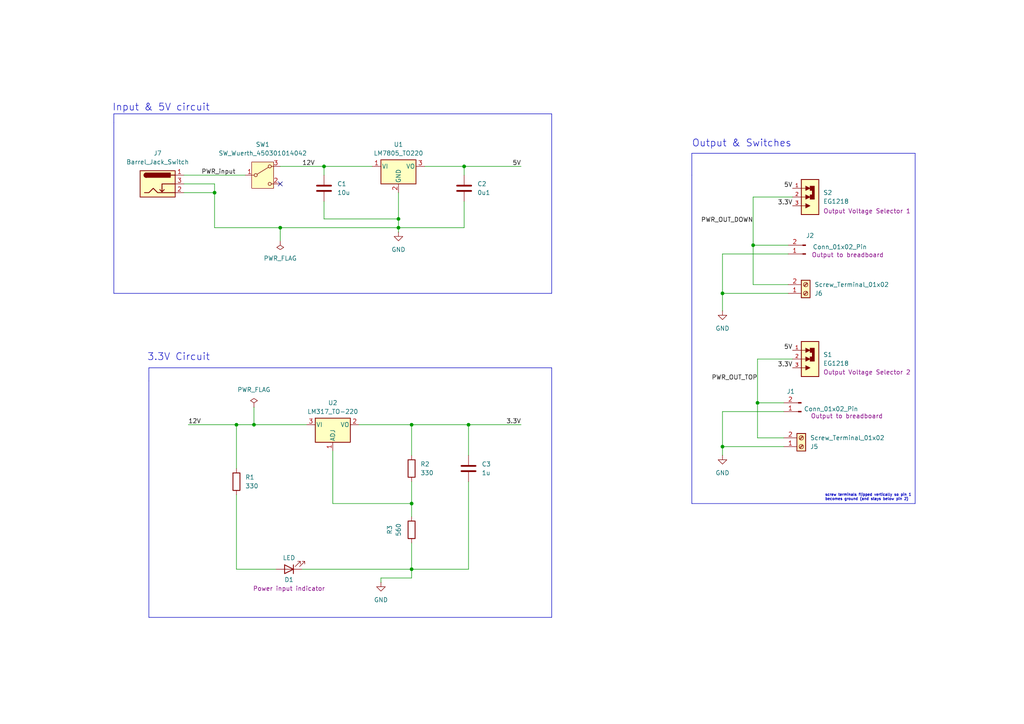
<source format=kicad_sch>
(kicad_sch (version 20250114) (generator "eeschema") (generator_version "9.0")
  (paper "A4")
  (title_block (title "Breadboard Power Supply Design") (date "2025-09-23") (rev "2.0") (company "Henry Munachimso"))
  (lib_symbols
    (symbol "Connector:Barrel_Jack_Switch" (pin_names (hide yes))
      (property "Reference" "J" (at 0 5.334 0))
      (property "Value" "Barrel_Jack_Switch" (at 0 -5.08 0))
      (symbol "Barrel_Jack_Switch_0_1"
        (rectangle (start -5.08 3.81) (end 5.08 -3.81) (stroke (width 0.254)) (fill (type background)))
        (polyline (pts (xy -3.81 -2.54) (xy -2.54 -2.54) (xy -1.27 -1.27) (xy 0 -2.54) (xy 2.54 -2.54) (xy 5.08 -2.54)) (stroke (width 0.254)))
        (arc (start -3.302 1.905) (mid -3.9343 2.54) (end -3.302 3.175) (stroke (width 0.254)))
        (arc (start -3.302 1.905) (mid -3.9343 2.54) (end -3.302 3.175) (stroke (width 0.254)) (fill (type outline)))
        (polyline (pts (xy 1.27 -2.286) (xy 1.905 -1.651)) (stroke (width 0.254)))
        (rectangle (start 3.683 3.175) (end -3.302 1.905) (stroke (width 0.254)) (fill (type outline)))
        (polyline (pts (xy 5.08 2.54) (xy 3.81 2.54)) (stroke (width 0.254)))
        (polyline (pts (xy 5.08 0) (xy 1.27 0) (xy 1.27 -2.286) (xy 0.635 -1.651)) (stroke (width 0.254)))
      )
      (symbol "Barrel_Jack_Switch_1_1"
        (pin passive line (at 7.62 2.54 180) (length 2.54) (name "~") (number "1"))
        (pin passive line (at 7.62 0 180) (length 2.54) (name "~") (number "3"))
        (pin passive line (at 7.62 -2.54 180) (length 2.54) (name "~") (number "2"))
      )
    )
    (symbol "Connector:Conn_01x02_Pin" (pin_names (offset 1.016) (hide yes))
      (property "Reference" "J" (at 0 2.54 0))
      (property "Value" "Conn_01x02_Pin" (at 0 -5.08 0))
      (symbol "Conn_01x02_Pin_1_1"
        (rectangle (start 0.8636 0.127) (end 0 -0.127) (stroke (width 0.1524)) (fill (type outline)))
        (rectangle (start 0.8636 -2.413) (end 0 -2.667) (stroke (width 0.1524)) (fill (type outline)))
        (polyline (pts (xy 1.27 0) (xy 0.8636 0)) (stroke (width 0.1524)))
        (polyline (pts (xy 1.27 -2.54) (xy 0.8636 -2.54)) (stroke (width 0.1524)))
        (pin passive line (at 5.08 0 180) (length 3.81) (name "Pin_1") (number "1"))
        (pin passive line (at 5.08 -2.54 180) (length 3.81) (name "Pin_2") (number "2"))
      )
    )
    (symbol "Connector:Screw_Terminal_01x02" (pin_names (offset 1.016) (hide yes))
      (property "Reference" "J" (at 0 2.54 0))
      (property "Value" "Screw_Terminal_01x02" (at 0 -5.08 0))
      (symbol "Screw_Terminal_01x02_1_1"
        (rectangle (start -1.27 1.27) (end 1.27 -3.81) (stroke (width 0.254)) (fill (type background)))
        (polyline (pts (xy -0.5334 0.3302) (xy 0.3302 -0.508)) (stroke (width 0.1524)))
        (polyline (pts (xy -0.5334 -2.2098) (xy 0.3302 -3.048)) (stroke (width 0.1524)))
        (polyline (pts (xy -0.3556 0.508) (xy 0.508 -0.3302)) (stroke (width 0.1524)))
        (polyline (pts (xy -0.3556 -2.032) (xy 0.508 -2.8702)) (stroke (width 0.1524)))
        (circle (center 0 0) (radius 0.635) (stroke (width 0.1524)))
        (circle (center 0 -2.54) (radius 0.635) (stroke (width 0.1524)))
        (pin passive line (at -5.08 0 0) (length 3.81) (name "Pin_1") (number "1"))
        (pin passive line (at -5.08 -2.54 0) (length 3.81) (name "Pin_2") (number "2"))
      )
    )
    (symbol "Device:C" (pin_numbers (hide yes)) (pin_names (offset 0.254))
      (property "Reference" "C" (at 0.635 2.54 0))
      (property "Value" "C" (at 0.635 -2.54 0))
      (symbol "C_0_1"
        (polyline (pts (xy -2.032 0.762) (xy 2.032 0.762)) (stroke (width 0.508)))
        (polyline (pts (xy -2.032 -0.762) (xy 2.032 -0.762)) (stroke (width 0.508)))
      )
      (symbol "C_1_1"
        (pin passive line (at 0 3.81 270) (length 2.794) (name "~") (number "1"))
        (pin passive line (at 0 -3.81 90) (length 2.794) (name "~") (number "2"))
      )
    )
    (symbol "Device:LED" (pin_numbers (hide yes)) (pin_names (offset 1.016) (hide yes))
      (property "Reference" "D" (at 0 2.54 0))
      (property "Value" "LED" (at 0 -2.54 0))
      (symbol "LED_0_1"
        (polyline (pts (xy -3.048 -0.762) (xy -4.572 -2.286) (xy -3.81 -2.286) (xy -4.572 -2.286) (xy -4.572 -1.524)))
        (polyline (pts (xy -1.778 -0.762) (xy -3.302 -2.286) (xy -2.54 -2.286) (xy -3.302 -2.286) (xy -3.302 -1.524)))
        (polyline (pts (xy -1.27 0) (xy 1.27 0)))
        (polyline (pts (xy -1.27 -1.27) (xy -1.27 1.27)) (stroke (width 0.254)))
        (polyline (pts (xy 1.27 -1.27) (xy 1.27 1.27) (xy -1.27 0) (xy 1.27 -1.27)) (stroke (width 0.254)))
      )
      (symbol "LED_1_1"
        (pin passive line (at -3.81 0 0) (length 2.54) (name "K") (number "1"))
        (pin passive line (at 3.81 0 180) (length 2.54) (name "A") (number "2"))
      )
    )
    (symbol "Device:R" (pin_numbers (hide yes)) (pin_names (offset 0))
      (property "Reference" "R" (at 2.032 0 90))
      (property "Value" "R" (at 0 0 90))
      (symbol "R_0_1"
        (rectangle (start -1.016 -2.54) (end 1.016 2.54) (stroke (width 0.254)))
      )
      (symbol "R_1_1"
        (pin passive line (at 0 3.81 270) (length 1.27) (name "~") (number "1"))
        (pin passive line (at 0 -3.81 90) (length 1.27) (name "~") (number "2"))
      )
    )
    (symbol "EG1218:EG1218" (pin_names (offset 1.016))
      (property "Reference" "S" (at -5.08 5.842 0))
      (property "Value" "EG1218" (at -5.08 -7.62 0))
      (symbol "EG1218_0_0"
        (polyline (pts (xy -2.54 2.54) (xy -1.27 2.54)) (stroke (width 0.1524)))
        (polyline (pts (xy -2.54 0) (xy -1.27 0)) (stroke (width 0.1524)))
        (polyline (pts (xy -2.54 -2.54) (xy -1.27 -2.54)) (stroke (width 0.1524)))
        (rectangle (start -2.54 -5.08) (end 2.54 5.08) (stroke (width 0.254)) (fill (type background)))
        (polyline (pts (xy -1.27 3.175) (xy -1.27 1.905) (xy 0 2.54) (xy -1.27 3.175)) (stroke (width 0.1524)) (fill (type outline)))
        (polyline (pts (xy -1.27 0.635) (xy -1.27 -0.635) (xy 0 0) (xy -1.27 0.635)) (stroke (width 0.1524)) (fill (type outline)))
        (polyline (pts (xy -1.27 -1.905) (xy -1.27 -3.175) (xy 0 -2.54) (xy -1.27 -1.905)) (stroke (width 0.1524)) (fill (type outline)))
        (polyline (pts (xy 0 1.905) (xy 0 3.175) (xy 1.27 3.175) (xy 1.27 -0.635) (xy 0 -0.635) (xy 0 0.635) (xy 0.635 0.635) (xy 0.635 1.905) (xy 0 1.905)) (stroke (width 0.1524)) (fill (type outline)))
        (pin passive line (at -5.08 2.54 0) (length 2.54) (name "~") (number "1"))
        (pin passive line (at -5.08 0 0) (length 2.54) (name "~") (number "2"))
        (pin passive line (at -5.08 -2.54 0) (length 2.54) (name "~") (number "3"))
      )
    )
    (symbol "Regulator_Linear:LM317_TO-220" (pin_names (offset 0.254))
      (property "Reference" "U" (at -3.81 3.175 0))
      (property "Value" "LM317_TO-220" (at 0 3.175 0))
      (symbol "LM317_TO-220_0_1"
        (rectangle (start -5.08 1.905) (end 5.08 -5.08) (stroke (width 0.254)) (fill (type background)))
      )
      (symbol "LM317_TO-220_1_1"
        (pin power_in line (at -7.62 0 0) (length 2.54) (name "VI") (number "3"))
        (pin input line (at 0 -7.62 90) (length 2.54) (name "ADJ") (number "1"))
        (pin power_out line (at 7.62 0 180) (length 2.54) (name "VO") (number "2"))
      )
    )
    (symbol "Regulator_Linear:LM7805_TO220" (pin_names (offset 0.254))
      (property "Reference" "U" (at -3.81 3.175 0))
      (property "Value" "LM7805_TO220" (at 0 3.175 0))
      (symbol "LM7805_TO220_0_1"
        (rectangle (start -5.08 1.905) (end 5.08 -5.08) (stroke (width 0.254)) (fill (type background)))
      )
      (symbol "LM7805_TO220_1_1"
        (pin power_in line (at -7.62 0 0) (length 2.54) (name "VI") (number "1"))
        (pin power_in line (at 0 -7.62 90) (length 2.54) (name "GND") (number "2"))
        (pin power_out line (at 7.62 0 180) (length 2.54) (name "VO") (number "3"))
      )
    )
    (symbol "Switch:SW_Wuerth_450301014042" (pin_names (offset 1) (hide yes))
      (property "Reference" "SW" (at 0 5.08 0))
      (property "Value" "SW_Wuerth_450301014042" (at 0 -5.08 0))
      (symbol "SW_Wuerth_450301014042_0_1"
        (circle (center -2.032 0) (radius 0.4572))
        (polyline (pts (xy -1.651 0.254) (xy 1.651 2.286)))
        (circle (center 2.032 2.54) (radius 0.4572))
        (circle (center 2.032 -2.54) (radius 0.4572))
      )
      (symbol "SW_Wuerth_450301014042_1_1"
        (rectangle (start -3.175 3.81) (end 3.175 -3.81) (fill (type background)))
        (pin passive line (at -5.08 0 0) (length 2.54) (name "B") (number "1"))
        (pin passive line (at 5.08 2.54 180) (length 2.54) (name "A") (number "3"))
        (pin passive line (at 5.08 -2.54 180) (length 2.54) (name "C") (number "2"))
      )
    )
    (symbol "power:GND" (power) (pin_numbers (hide yes)) (pin_names (offset 0) (hide yes))
      (property "Value" "GND" (at 0 -3.81 0))
      (symbol "GND_0_1"
        (polyline (pts (xy 0 0) (xy 0 -1.27) (xy 1.27 -1.27) (xy 0 -2.54) (xy -1.27 -1.27) (xy 0 -1.27)))
      )
      (symbol "GND_1_1"
        (pin power_in line (at 0 0 270) (length 0) (name "~") (number "1"))
      )
    )
    (symbol "power:PWR_FLAG" (power) (pin_numbers (hide yes)) (pin_names (offset 0) (hide yes))
      (property "Value" "PWR_FLAG" (at 0 3.81 0))
      (symbol "PWR_FLAG_0_0"
        (pin power_out line (at 0 0 90) (length 0) (name "~") (number "1"))
      )
      (symbol "PWR_FLAG_0_1"
        (polyline (pts (xy 0 0) (xy 0 1.27) (xy -1.016 1.905) (xy 0 2.54) (xy 1.016 1.905) (xy 0 1.27)))
      )
    )
  )
  (text "screw terminals flipped vertically so pin 1 \nbecomes ground (and stays below pin 2)\n" (at 239.268 144.272 0) (effects (font (size 0.762 0.762)) (justify left)))
  (text "Input & 5V circuit" (at 46.736 31.242 0) (effects (font (size 2.032 2.032))))
  (text "3.3V Circuit" (at 51.816 103.632 0) (effects (font (size 2.032 2.032))))
  (text "Output & Switches" (at 215.138 41.656 0) (effects (font (size 2.032 2.032))))
  (junction (at 209.55 129.54))
  (junction (at 115.57 66.04))
  (junction (at 119.38 165.1))
  (junction (at 134.62 48.26))
  (junction (at 119.38 123.19))
  (junction (at 219.71 116.84))
  (junction (at 209.55 85.09))
  (junction (at 93.98 48.26))
  (junction (at 73.66 123.19))
  (junction (at 81.28 66.04))
  (junction (at 119.38 146.05))
  (junction (at 115.57 63.5))
  (junction (at 62.23 55.88))
  (junction (at 68.58 123.19))
  (junction (at 135.89 123.19))
  (junction (at 218.44 71.12))
  (no_connect (at 81.28 53.34))
  (wire (pts (xy 134.62 58.42) (xy 134.62 66.04)))
  (wire (pts (xy 81.28 66.04) (xy 115.57 66.04)))
  (wire (pts (xy 229.87 57.15) (xy 218.44 57.15)))
  (wire (pts (xy 119.38 165.1) (xy 135.89 165.1)))
  (wire (pts (xy 135.89 123.19) (xy 135.89 132.08)))
  (wire (pts (xy 119.38 139.7) (xy 119.38 146.05)))
  (wire (pts (xy 115.57 66.04) (xy 115.57 67.31)))
  (wire (pts (xy 53.34 55.88) (xy 62.23 55.88)))
  (wire (pts (xy 209.55 119.38) (xy 209.55 129.54)))
  (wire (pts (xy 68.58 123.19) (xy 68.58 135.89)))
  (polyline (pts (xy 200.66 44.45) (xy 200.66 50.8)))
  (polyline (pts (xy 265.43 146.05) (xy 265.43 44.45)))
  (wire (pts (xy 228.6 73.66) (xy 209.55 73.66)))
  (wire (pts (xy 227.33 129.54) (xy 209.55 129.54)))
  (wire (pts (xy 81.28 48.26) (xy 93.98 48.26)))
  (wire (pts (xy 209.55 85.09) (xy 209.55 90.17)))
  (polyline (pts (xy 160.02 106.68) (xy 43.18 106.68)))
  (polyline (pts (xy 160.02 179.07) (xy 160.02 106.68)))
  (wire (pts (xy 134.62 66.04) (xy 115.57 66.04)))
  (wire (pts (xy 134.62 48.26) (xy 151.13 48.26)))
  (wire (pts (xy 135.89 165.1) (xy 135.89 139.7)))
  (wire (pts (xy 62.23 66.04) (xy 81.28 66.04)))
  (polyline (pts (xy 33.02 33.02) (xy 33.02 35.56)))
  (polyline (pts (xy 160.02 85.09) (xy 160.02 33.02)))
  (wire (pts (xy 53.34 53.34) (xy 62.23 53.34)))
  (polyline (pts (xy 43.18 179.07) (xy 160.02 179.07)))
  (wire (pts (xy 228.6 85.09) (xy 209.55 85.09)))
  (wire (pts (xy 115.57 55.88) (xy 115.57 63.5)))
  (wire (pts (xy 135.89 123.19) (xy 151.13 123.19)))
  (polyline (pts (xy 265.43 44.45) (xy 200.66 44.45)))
  (wire (pts (xy 119.38 123.19) (xy 135.89 123.19)))
  (wire (pts (xy 119.38 167.64) (xy 119.38 165.1)))
  (wire (pts (xy 93.98 48.26) (xy 93.98 50.8)))
  (wire (pts (xy 228.6 71.12) (xy 218.44 71.12)))
  (wire (pts (xy 62.23 53.34) (xy 62.23 55.88)))
  (polyline (pts (xy 43.18 110.49) (xy 43.18 179.07)))
  (wire (pts (xy 229.87 104.14) (xy 219.71 104.14)))
  (wire (pts (xy 119.38 123.19) (xy 119.38 132.08)))
  (wire (pts (xy 218.44 82.55) (xy 228.6 82.55)))
  (polyline (pts (xy 33.02 35.56) (xy 33.02 85.09)))
  (polyline (pts (xy 160.02 33.02) (xy 33.02 33.02)))
  (wire (pts (xy 218.44 57.15) (xy 218.44 71.12)))
  (polyline (pts (xy 43.18 106.68) (xy 43.18 110.49)))
  (wire (pts (xy 93.98 63.5) (xy 115.57 63.5)))
  (wire (pts (xy 93.98 48.26) (xy 107.95 48.26)))
  (wire (pts (xy 119.38 146.05) (xy 119.38 149.86)))
  (wire (pts (xy 54.61 123.19) (xy 68.58 123.19)))
  (wire (pts (xy 104.14 123.19) (xy 119.38 123.19)))
  (wire (pts (xy 53.34 50.8) (xy 71.12 50.8)))
  (wire (pts (xy 81.28 66.04) (xy 81.28 69.85)))
  (wire (pts (xy 73.66 118.11) (xy 73.66 123.19)))
  (wire (pts (xy 134.62 48.26) (xy 134.62 50.8)))
  (wire (pts (xy 96.52 146.05) (xy 119.38 146.05)))
  (wire (pts (xy 227.33 116.84) (xy 219.71 116.84)))
  (polyline (pts (xy 33.02 85.09) (xy 160.02 85.09)))
  (wire (pts (xy 115.57 63.5) (xy 115.57 66.04)))
  (polyline (pts (xy 200.66 50.8) (xy 200.66 146.05)))
  (wire (pts (xy 209.55 73.66) (xy 209.55 85.09)))
  (wire (pts (xy 96.52 130.81) (xy 96.52 146.05)))
  (wire (pts (xy 227.33 119.38) (xy 209.55 119.38)))
  (wire (pts (xy 209.55 129.54) (xy 209.55 132.08)))
  (wire (pts (xy 73.66 123.19) (xy 88.9 123.19)))
  (wire (pts (xy 68.58 143.51) (xy 68.58 165.1)))
  (wire (pts (xy 218.44 71.12) (xy 218.44 82.55)))
  (wire (pts (xy 110.49 168.91) (xy 110.49 167.64)))
  (wire (pts (xy 68.58 123.19) (xy 73.66 123.19)))
  (wire (pts (xy 93.98 58.42) (xy 93.98 63.5)))
  (wire (pts (xy 119.38 157.48) (xy 119.38 165.1)))
  (wire (pts (xy 68.58 165.1) (xy 80.01 165.1)))
  (polyline (pts (xy 200.66 146.05) (xy 265.43 146.05)))
  (wire (pts (xy 219.71 127) (xy 227.33 127)))
  (wire (pts (xy 110.49 167.64) (xy 119.38 167.64)))
  (wire (pts (xy 87.63 165.1) (xy 119.38 165.1)))
  (wire (pts (xy 123.19 48.26) (xy 134.62 48.26)))
  (wire (pts (xy 219.71 104.14) (xy 219.71 116.84)))
  (wire (pts (xy 62.23 55.88) (xy 62.23 66.04)))
  (wire (pts (xy 219.71 116.84) (xy 219.71 127)))
  (label "12V" (at 54.61 123.19 0))
  (label "12V" (at 87.63 48.26 0))
  (label "5V" (at 229.87 101.6 180))
  (label "5V" (at 151.13 48.26 180))
  (label "5V" (at 229.87 54.61 180))
  (label "PWR_OUT_TOP" (at 219.71 110.49 180))
  (label "PWR_OUT_DOWN" (at 218.44 64.77 180))
  (label "3.3V" (at 151.13 123.19 180))
  (label "3.3V" (at 229.87 106.68 180))
  (label "3.3V" (at 229.87 59.69 180))
  (label "PWR_input" (at 58.42 50.8 0))
  (symbol (lib_id "power:PWR_FLAG") (at 73.66 118.11 0) (unit 1)
    (property "Reference" "#FLG02" (effects (hide yes)))
    (property "Value" "PWR_FLAG" (at 73.66 113.03 0))
    (property "Description" "Special symbol for telling ERC where power comes from" (effects (hide yes)))
  )
  (symbol (lib_id "power:GND") (at 209.55 132.08 0) (unit 1)
    (property "Reference" "#PWR04" (effects (hide yes)))
    (property "Value" "GND" (at 209.55 137.16 0))
    (property "Description" "Power symbol creates a global label with name \"GND\" , ground" (effects (hide yes)))
  )
  (symbol (lib_id "Device:LED") (at 83.82 165.1 180) (unit 1)
    (property "Reference" "D1" (at 83.82 168.148 0))
    (property "Value" "LED" (at 83.82 161.798 0))
    (property "Footprint" "LED_THT:LED_D5.0mm" (effects (hide yes)))
    (property "Description" "Light emitting diode" (effects (hide yes)))
    (property "Sim.Pins" "1=K 2=A" (effects (hide yes)))
    (property "Purpose" "Power input indicator" (at 83.82 170.688 0))
  )
  (symbol (lib_id "power:GND") (at 110.49 168.91 0) (unit 1)
    (property "Reference" "#PWR02" (effects (hide yes)))
    (property "Value" "GND" (at 110.49 173.99 0))
    (property "Description" "Power symbol creates a global label with name \"GND\" , ground" (effects (hide yes)))
  )
  (symbol (lib_id "Device:C") (at 134.62 54.61 0) (unit 1)
    (property "Reference" "C2" (at 138.43 53.3399 0) (effects (justify left)))
    (property "Value" "0u1" (at 138.43 55.8799 0) (effects (justify left)))
    (property "Footprint" "Capacitor_THT:C_Disc_D3.0mm_W1.6mm_P2.50mm" (effects (hide yes)))
    (property "Description" "Unpolarized capacitor" (effects (hide yes)))
  )
  (symbol (lib_id "Connector:Conn_01x02_Pin") (at 232.41 119.38 180) (unit 1)
    (property "Reference" "J1" (at 229.362 113.538 0))
    (property "Value" "Conn_01x02_Pin" (at 241.046 118.618 0))
    (property "Footprint" "Connector_PinHeader_2.54mm:PinHeader_1x02_P2.54mm_Vertical" (effects (hide yes)))
    (property "Description" "Generic connector, single row, 01x02, script generated" (effects (hide yes)))
    (property "Purpose" "Output to breadboard" (at 245.618 120.65 0))
  )
  (symbol (lib_id "power:GND") (at 115.57 67.31 0) (unit 1)
    (property "Reference" "#PWR01" (effects (hide yes)))
    (property "Value" "GND" (at 115.57 72.39 0))
    (property "Description" "Power symbol creates a global label with name \"GND\" , ground" (effects (hide yes)))
  )
  (symbol (lib_id "Connector:Screw_Terminal_01x02") (at 232.41 129.54 0) (mirror x) (unit 1)
    (property "Reference" "J5" (at 234.95 129.5401 0) (effects (justify left)))
    (property "Value" "Screw_Terminal_01x02" (at 234.95 127.0001 0) (effects (justify left)))
    (property "Footprint" "TerminalBlock:TerminalBlock_bornier-2_P5.08mm" (effects (hide yes)))
    (property "Description" "Generic screw terminal, single row, 01x02, script generated (kicad-library-utils/schlib/autogen/connector/)" (effects (hide yes)))
  )
  (symbol (lib_id "power:PWR_FLAG") (at 81.28 69.85 180) (unit 1)
    (property "Reference" "#FLG01" (effects (hide yes)))
    (property "Value" "PWR_FLAG" (at 81.28 74.93 0))
    (property "Description" "Special symbol for telling ERC where power comes from" (effects (hide yes)))
  )
  (symbol (lib_id "Connector:Barrel_Jack_Switch") (at 45.72 53.34 0) (unit 1)
    (property "Reference" "J7" (at 45.72 44.45 0))
    (property "Value" "Barrel_Jack_Switch" (at 45.72 46.99 0))
    (property "Footprint" "Connector_BarrelJack:BarrelJack_Horizontal" (effects (hide yes)))
    (property "Description" "DC Barrel Jack with an internal switch" (effects (hide yes)))
  )
  (symbol (lib_id "Switch:SW_Wuerth_450301014042") (at 76.2 50.8 0) (unit 1)
    (property "Reference" "SW1" (at 76.2 41.91 0))
    (property "Value" "SW_Wuerth_450301014042" (at 76.2 44.45 0))
    (property "Footprint" "Button_Switch_THT:SW_Slide-03_Wuerth-WS-SLTV_10x2.5x6.4_P2.54mm" (effects (hide yes)))
    (property "Datasheet" "https://www.we-online.com/components/products/datasheet/450301014042.pdf" (effects (hide yes)))
    (property "Description" "Switch slide, single pole double throw" (effects (hide yes)))
  )
  (symbol (lib_id "Device:C") (at 135.89 135.89 0) (unit 1)
    (property "Reference" "C3" (at 139.7 134.6199 0) (effects (justify left)))
    (property "Value" "1u" (at 139.7 137.1599 0) (effects (justify left)))
    (property "Footprint" "Capacitor_THT:C_Disc_D3.0mm_W1.6mm_P2.50mm" (effects (hide yes)))
    (property "Description" "Unpolarized capacitor" (effects (hide yes)))
  )
  (symbol (lib_id "power:GND") (at 209.55 90.17 0) (unit 1)
    (property "Reference" "#PWR03" (effects (hide yes)))
    (property "Value" "GND" (at 209.55 95.25 0))
    (property "Description" "Power symbol creates a global label with name \"GND\" , ground" (effects (hide yes)))
  )
  (symbol (lib_id "EG1218:EG1218") (at 234.95 104.14 0) (unit 1)
    (property "Reference" "S1" (at 238.76 102.8699 0) (effects (justify left)))
    (property "Value" "EG1218" (at 238.76 105.4099 0) (effects (justify left)))
    (property "Footprint" "EG1218 SPDT Switch:SW_EG1218" (effects (hide yes)))
    (property "MF" "E-Switch" (effects (hide yes)))
    (property "DESCRIPTION" "Slide Switch SPDT Through Hole" (effects (hide yes)))
    (property "PACKAGE" "None" (effects (hide yes)))
    (property "PRICE" "None" (effects (hide yes)))
    (property "MP" "EG1218" (effects (hide yes)))
    (property "AVAILABILITY" "In Stock" (effects (hide yes)))
    (property "PURCHASE-URL" "https://pricing.snapeda.com/search/part/EG1218/?ref=eda" (effects (hide yes)))
    (property "Purpose" "Output Voltage Selector 2" (at 251.46 107.95 0))
  )
  (symbol (lib_id "Connector:Screw_Terminal_01x02") (at 233.68 85.09 0) (mirror x) (unit 1)
    (property "Reference" "J6" (at 236.22 85.0901 0) (effects (justify left)))
    (property "Value" "Screw_Terminal_01x02" (at 236.22 82.5501 0) (effects (justify left)))
    (property "Footprint" "TerminalBlock:TerminalBlock_bornier-2_P5.08mm" (effects (hide yes)))
    (property "Description" "Generic screw terminal, single row, 01x02, script generated (kicad-library-utils/schlib/autogen/connector/)" (effects (hide yes)))
  )
  (symbol (lib_id "Device:C") (at 93.98 54.61 0) (unit 1)
    (property "Reference" "C1" (at 97.79 53.3399 0) (effects (justify left)))
    (property "Value" "10u" (at 97.79 55.8799 0) (effects (justify left)))
    (property "Footprint" "Capacitor_THT:C_Disc_D3.0mm_W1.6mm_P2.50mm" (effects (hide yes)))
    (property "Description" "Unpolarized capacitor" (effects (hide yes)))
  )
  (symbol (lib_id "Device:R") (at 68.58 139.7 180) (unit 1)
    (property "Reference" "R1" (at 71.12 138.4299 0) (effects (justify right)))
    (property "Value" "330" (at 71.12 140.9699 0) (effects (justify right)))
    (property "Footprint" "Resistor_THT:R_Axial_DIN0204_L3.6mm_D1.6mm_P7.62mm_Horizontal" (effects (hide yes)))
    (property "Description" "Resistor" (effects (hide yes)))
  )
  (symbol (lib_id "Connector:Conn_01x02_Pin") (at 233.68 73.66 180) (unit 1)
    (property "Reference" "J2" (at 234.95 68.326 0))
    (property "Value" "Conn_01x02_Pin" (at 243.586 71.628 0))
    (property "Footprint" "Connector_PinHeader_2.54mm:PinHeader_1x02_P2.54mm_Vertical" (effects (hide yes)))
    (property "Description" "Generic connector, single row, 01x02, script generated" (effects (hide yes)))
    (property "Purpose" "Output to breadboard" (at 245.872 73.914 0))
  )
  (symbol (lib_id "Regulator_Linear:LM7805_TO220") (at 115.57 48.26 0) (unit 1)
    (property "Reference" "U1" (at 115.57 41.91 0))
    (property "Value" "LM7805_TO220" (at 115.57 44.45 0))
    (property "Footprint" "Package_TO_SOT_THT:TO-220-3_Vertical" (effects (hide yes)))
    (property "Datasheet" "https://www.onsemi.cn/PowerSolutions/document/MC7800-D.PDF" (effects (hide yes)))
    (property "Description" "Positive 1A 35V Linear Regulator, Fixed Output 5V, TO-220" (effects (hide yes)))
  )
  (symbol (lib_id "Device:R") (at 119.38 135.89 180) (unit 1)
    (property "Reference" "R2" (at 121.92 134.6199 0) (effects (justify right)))
    (property "Value" "330" (at 121.92 137.1599 0) (effects (justify right)))
    (property "Footprint" "Resistor_THT:R_Axial_DIN0204_L3.6mm_D1.6mm_P7.62mm_Horizontal" (effects (hide yes)))
    (property "Description" "Resistor" (effects (hide yes)))
  )
  (symbol (lib_id "Regulator_Linear:LM317_TO-220") (at 96.52 123.19 0) (unit 1)
    (property "Reference" "U2" (at 96.52 116.84 0))
    (property "Value" "LM317_TO-220" (at 96.52 119.38 0))
    (property "Footprint" "Package_TO_SOT_THT:TO-220-3_Vertical" (effects (hide yes)))
    (property "Datasheet" "http://www.ti.com/lit/ds/symlink/lm317.pdf" (effects (hide yes)))
    (property "Description" "1.5A 35V Adjustable Linear Regulator, TO-220" (effects (hide yes)))
  )
  (symbol (lib_id "Device:R") (at 119.38 153.67 180) (unit 1)
    (property "Reference" "R3" (at 113.03 153.67 90))
    (property "Value" "560" (at 115.57 153.67 90))
    (property "Footprint" "Resistor_THT:R_Axial_DIN0204_L3.6mm_D1.6mm_P7.62mm_Horizontal" (effects (hide yes)))
    (property "Description" "Resistor" (effects (hide yes)))
  )
  (symbol (lib_id "EG1218:EG1218") (at 234.95 57.15 0) (unit 1)
    (property "Reference" "S2" (at 238.76 55.8799 0) (effects (justify left)))
    (property "Value" "EG1218" (at 238.76 58.4199 0) (effects (justify left)))
    (property "Footprint" "EG1218 SPDT Switch:SW_EG1218" (effects (hide yes)))
    (property "MF" "E-Switch" (effects (hide yes)))
    (property "DESCRIPTION" "Slide Switch SPDT Through Hole" (effects (hide yes)))
    (property "PACKAGE" "None" (effects (hide yes)))
    (property "PRICE" "None" (effects (hide yes)))
    (property "MP" "EG1218" (effects (hide yes)))
    (property "AVAILABILITY" "In Stock" (effects (hide yes)))
    (property "PURCHASE-URL" "https://pricing.snapeda.com/search/part/EG1218/?ref=eda" (effects (hide yes)))
    (property "Purpose" "Output Voltage Selector 1" (at 251.46 61.214 0))
  )
)
</source>
